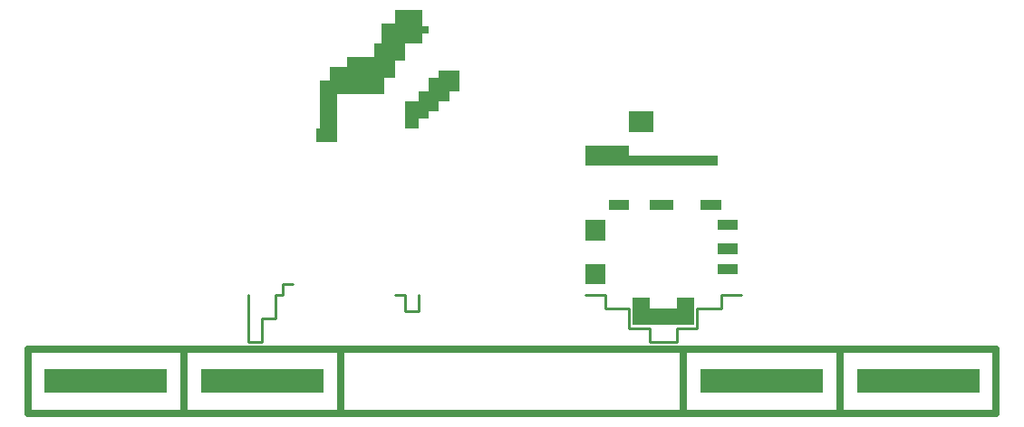
<source format=gbr>
G04 DipTrace 2.4.0.2*
%INBottomSilk.gbr*%
%MOIN*%
%ADD15C,0.025*%
%ADD18C,0.01*%
%FSLAX44Y44*%
G04*
G70*
G90*
G75*
G01*
%LNBotSilk*%
%LPD*%
G36*
X17154Y35012D2*
X17279D1*
Y36762D1*
X17654D1*
Y37262D1*
X18279D1*
Y37637D1*
X19279D1*
Y38137D1*
X19529D1*
Y38887D1*
X20029D1*
Y39387D1*
X21029D1*
Y38762D1*
X21279D1*
Y38512D1*
X21029D1*
Y38137D1*
X20404D1*
Y37512D1*
X20029D1*
Y36887D1*
X19654D1*
Y36262D1*
X17904D1*
Y34512D1*
X17154D1*
D1*
Y35012D1*
G37*
G36*
X20404Y36012D2*
Y35012D1*
X20904D1*
Y35387D1*
X21279D1*
Y35637D1*
X21654D1*
Y36012D1*
X22029D1*
Y36387D1*
X22404D1*
Y37137D1*
X21654D1*
Y36887D1*
X21279D1*
Y36387D1*
X20904D1*
Y36012D1*
D1*
X20404D1*
G37*
X20029Y28887D2*
D18*
X20404D1*
Y28262D1*
X20904D1*
Y28887D1*
X14654D2*
Y27137D1*
X15154D1*
Y28012D1*
X15654D1*
Y28887D1*
X15904D1*
Y29262D1*
X16279D1*
G36*
X28654Y35637D2*
X29529D1*
Y34887D1*
X28654D1*
Y35637D1*
G37*
G36*
X27029Y34387D2*
X28654D1*
Y34012D1*
X31904D1*
Y33637D1*
X27029D1*
D1*
Y34387D1*
G37*
G36*
X27904Y32387D2*
X28654D1*
Y32012D1*
X27904D1*
Y32387D1*
G37*
G36*
X29404D2*
X30279D1*
Y32012D1*
X29404D1*
Y32387D1*
G37*
G36*
X31279D2*
X32029D1*
Y32012D1*
X31279D1*
Y32387D1*
G37*
X27029Y28887D2*
D18*
X27779D1*
Y28387D1*
X28654D1*
Y27637D1*
X29404D1*
Y27137D1*
X30404D1*
Y27637D1*
X31154D1*
Y28387D1*
X32029D1*
Y28887D1*
X32779D1*
G36*
X28779Y28762D2*
Y27762D1*
X31029D1*
Y28762D1*
X30404D1*
Y28387D1*
X29404D1*
Y28762D1*
D1*
X28779D1*
G37*
G36*
X27029Y31637D2*
X27779D1*
Y30887D1*
X27029D1*
Y31637D1*
G37*
G36*
Y30012D2*
X27779D1*
Y29262D1*
X27029D1*
Y30012D1*
G37*
G36*
X31904Y31637D2*
X32654D1*
Y31262D1*
X31904D1*
Y31637D1*
G37*
G36*
Y30762D2*
X32654D1*
Y30387D1*
X31904D1*
Y30762D1*
G37*
G36*
Y30012D2*
X32654D1*
Y29637D1*
X31904D1*
Y30012D1*
G37*
X18029Y26887D2*
D15*
X30654D1*
Y24512D1*
X18029D1*
Y26887D1*
X36404D2*
X42154D1*
Y24512D1*
X36404D1*
Y26887D1*
G36*
X37029Y26137D2*
X41529D1*
Y25262D1*
X37029D1*
Y26137D1*
G37*
X12279Y26887D2*
D15*
X18029D1*
Y24512D1*
X12279D1*
Y26887D1*
X6529D2*
X12279D1*
Y24512D1*
X6529D1*
Y26887D1*
G36*
X7154Y26137D2*
X11654D1*
Y25262D1*
X7154D1*
Y26137D1*
G37*
X30654Y26887D2*
D15*
X36404D1*
Y24512D1*
X30654D1*
Y26887D1*
G36*
X31279Y26137D2*
X35779D1*
Y25262D1*
X31279D1*
Y26137D1*
G37*
G36*
X12904D2*
X17404D1*
Y25262D1*
X12904D1*
Y26137D1*
G37*
M02*

</source>
